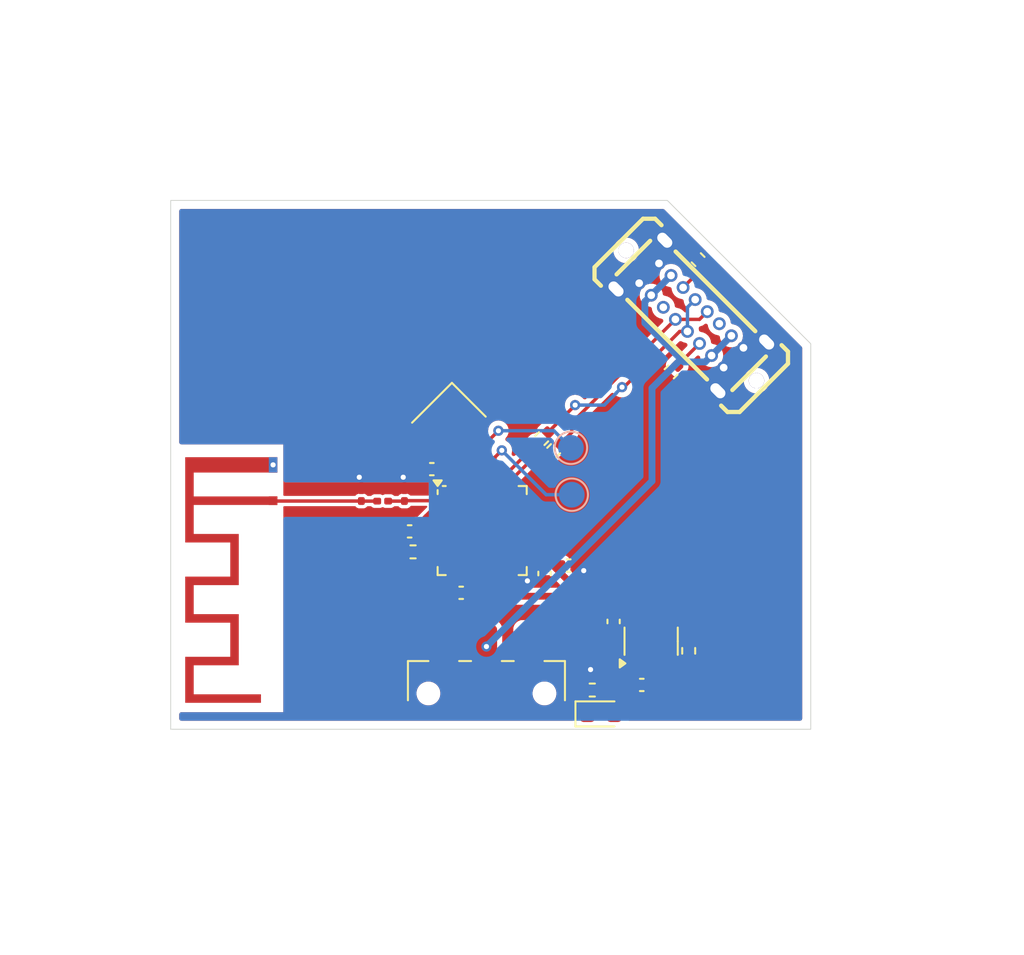
<source format=kicad_pcb>
(kicad_pcb (version 20240108) (generator "pcbnew") (generator_version "8.0")
  (layers (0 "F.Cu" signal) (31 "B.Cu" signal) (34 "B.Paste" user) (35 "F.Paste" user) (36 "B.SilkS" user "B.Silkscreen") (37 "F.SilkS" user "F.Silkscreen") (38 "B.Mask" user) (39 "F.Mask" user) (44 "Edge.Cuts" user))
  (net 0 "")
  (net 1 "Net-(AE1-A)")
  (net 2 "+3.3V")
  (net 3 "GND")
  (net 4 "/RF")
  (net 5 "VBUS")
  (net 6 "Net-(D1-K)")
  (net 10 "Net-(U1-CHIP_EN)")
  (net 12 "Net-(U1-U0RXD)")
  (net 16 "Net-(U1-XTAL_P)")
  (net 18 "/USB_D-")
  (net 20 "Net-(U1-U0TXD)")
  (net 26 "Net-(U1-XTAL_N)")
  (net 27 "/USB_D+")
  (net 31 "Net-(U2-EN)")
  (net 34 "Net-(J1-CC1)")
  (net 35 "Net-(J1-CC2)")
  (net 37 "Net-(R6-Pad1)")
  (net 38 "/VB_LDO")
  (footprint "Capacitor_SMD:C_0402_1005Metric" (layer "F.Cu") (at 170.9 130.87 -90)
    (property "Reference" "C4" (hide yes))
    (property "Value" "100nF" (hide yes))
    (fp_line (start -0.107836 0.36) (end 0.107836 0.36) (stroke (width 0.12)) (layer "F.SilkS"))
    (fp_line (start -0.107836 -0.36) (end 0.107836 -0.36) (stroke (width 0.12)) (layer "F.SilkS"))
    (pad "1" smd roundrect (at -0.48 0 270) (size 0.56 0.62) (layers "F.Cu" "F.Paste" "F.Mask") (net 2 "+3.3V"))
    (pad "2" smd roundrect (at 0.48 0 270) (size 0.56 0.62) (layers "F.Cu" "F.Paste" "F.Mask") (net 3 "GND"))
  )
  (footprint "Resistor_SMD:R_0402_1005Metric" (layer "F.Cu") (at 163.2 129.6 180)
    (property "Reference" "R5" (hide yes))
    (property "Value" "10k" (hide yes))
    (fp_line (start -0.153641 0.38) (end 0.153641 0.38) (stroke (width 0.12)) (layer "F.SilkS"))
    (fp_line (start -0.153641 -0.38) (end 0.153641 -0.38) (stroke (width 0.12)) (layer "F.SilkS"))
    (pad "1" smd roundrect (at -0.509999 0 180) (size 0.54 0.64) (layers "F.Cu" "F.Paste" "F.Mask") (net 10 "Net-(U1-CHIP_EN)"))
    (pad "2" smd roundrect (at 0.509999 0 180) (size 0.54 0.64) (layers "F.Cu" "F.Paste" "F.Mask") (net 2 "+3.3V"))
  )
  (footprint "Inductor_SMD:L_0201_0603Metric" (layer "F.Cu") (at 161.42 126.625 180)
    (property "Reference" "L1" (hide yes))
    (property "Value" "2.4n" (hide yes))
    (pad "1" smd roundrect (at -0.32 0 180) (size 0.46 0.4) (layers "F.Cu" "F.Mask") (net 4 "/RF"))
    (pad "2" smd roundrect (at 0.32 0 180) (size 0.46 0.4) (layers "F.Cu" "F.Mask") (net 1 "Net-(AE1-A)"))
  )
  (footprint "Package_DFN_QFN:QFN-32-1EP_5x5mm_P0.5mm_EP3.7x3.7mm" (layer "F.Cu") (at 167.25 128.35)
    (property "Reference" "U1" (hide yes))
    (property "Value" "ESP32-C3" (hide yes))
    (fp_line (start -2.61 -2.135) (end -2.61 -2.37) (stroke (width 0.12)) (layer "F.SilkS"))
    (fp_line (start -2.61 2.61) (end -2.61 2.135) (stroke (width 0.12)) (layer "F.SilkS"))
    (fp_line (start -2.135 -2.61) (end -2.31 -2.61) (stroke (width 0.12)) (layer "F.SilkS"))
    (fp_line (start -2.135 2.61) (end -2.61 2.61) (stroke (width 0.12)) (layer "F.SilkS"))
    (fp_line (start 2.135 -2.61) (end 2.61 -2.61) (stroke (width 0.12)) (layer "F.SilkS"))
    (fp_line (start 2.135 2.61) (end 2.61 2.61) (stroke (width 0.12)) (layer "F.SilkS"))
    (fp_line (start 2.61 -2.61) (end 2.61 -2.135) (stroke (width 0.12)) (layer "F.SilkS"))
    (fp_line (start 2.61 2.61) (end 2.61 2.135) (stroke (width 0.12)) (layer "F.SilkS"))
    (fp_poly (pts (xy -2.61 -2.61) (xy -2.85 -2.94) (xy -2.37 -2.94) (xy -2.61 -2.61)) (stroke (width 0.12)) (fill solid) (layer "F.SilkS"))
    (pad "1" smd roundrect (at -2.45 -1.75) (size 0.8 0.25) (layers "F.Cu" "F.Paste" "F.Mask") (net 4 "/RF"))
    (pad "2" smd roundrect (at -2.45 -1.25) (size 0.8 0.25) (layers "F.Cu" "F.Paste" "F.Mask") (net 2 "+3.3V"))
    (pad "3" smd roundrect (at -2.45 -0.75) (size 0.8 0.25) (layers "F.Cu" "F.Paste" "F.Mask") (net 2 "+3.3V"))
    (pad "4" smd roundrect (at -2.45 -0.25) (size 0.8 0.25) (layers "F.Cu" "F.Paste" "F.Mask"))
    (pad "5" smd roundrect (at -2.45 0.25) (size 0.8 0.25) (layers "F.Cu" "F.Paste" "F.Mask"))
    (pad "6" smd roundrect (at -2.45 0.75) (size 0.8 0.25) (layers "F.Cu" "F.Paste" "F.Mask"))
    (pad "7" smd roundrect (at -2.45 1.25) (size 0.8 0.25) (layers "F.Cu" "F.Paste" "F.Mask") (net 10 "Net-(U1-CHIP_EN)"))
    (pad "8" smd roundrect (at -2.45 1.75) (size 0.8 0.25) (layers "F.Cu" "F.Paste" "F.Mask"))
    (pad "9" smd roundrect (at -1.75 2.45) (size 0.25 0.8) (layers "F.Cu" "F.Paste" "F.Mask"))
    (pad "10" smd roundrect (at -1.25 2.45) (size 0.25 0.8) (layers "F.Cu" "F.Paste" "F.Mask"))
    (pad "11" smd roundrect (at -0.75 2.45) (size 0.25 0.8) (layers "F.Cu" "F.Paste" "F.Mask") (net 2 "+3.3V"))
    (pad "12" smd roundrect (at -0.25 2.45) (size 0.25 0.8) (layers "F.Cu" "F.Paste" "F.Mask"))
    (pad "13" smd roundrect (at 0.25 2.45) (size 0.25 0.8) (layers "F.Cu" "F.Paste" "F.Mask"))
    (pad "14" smd roundrect (at 0.75 2.45) (size 0.25 0.8) (layers "F.Cu" "F.Paste" "F.Mask"))
    (pad "15" smd roundrect (at 1.25 2.45) (size 0.25 0.8) (layers "F.Cu" "F.Paste" "F.Mask"))
    (pad "16" smd roundrect (at 1.75 2.45) (size 0.25 0.8) (layers "F.Cu" "F.Paste" "F.Mask"))
    (pad "17" smd roundrect (at 2.45 1.75) (size 0.8 0.25) (layers "F.Cu" "F.Paste" "F.Mask") (net 2 "+3.3V"))
    (pad "18" smd roundrect (at 2.45 1.25) (size 0.8 0.25) (layers "F.Cu" "F.Paste" "F.Mask") (net 2 "+3.3V"))
    (pad "19" smd roundrect (at 2.45 0.75) (size 0.8 0.25) (layers "F.Cu" "F.Paste" "F.Mask"))
    (pad "20" smd roundrect (at 2.45 0.25) (size 0.8 0.25) (layers "F.Cu" "F.Paste" "F.Mask"))
    (pad "21" smd roundrect (at 2.45 -0.25) (size 0.8 0.25) (layers "F.Cu" "F.Paste" "F.Mask"))
    (pad "22" smd roundrect (at 2.45 -0.75) (size 0.8 0.25) (layers "F.Cu" "F.Paste" "F.Mask"))
    (pad "23" smd roundrect (at 2.45 -1.25) (size 0.8 0.25) (layers "F.Cu" "F.Paste" "F.Mask"))
    (pad "24" smd roundrect (at 2.45 -1.75) (size 0.8 0.25) (layers "F.Cu" "F.Paste" "F.Mask"))
    (pad "25" smd roundrect (at 1.75 -2.45) (size 0.25 0.8) (layers "F.Cu" "F.Paste" "F.Mask") (net 18 "/USB_D-"))
    (pad "26" smd roundrect (at 1.25 -2.45) (size 0.25 0.8) (layers "F.Cu" "F.Paste" "F.Mask") (net 27 "/USB_D+"))
    (pad "27" smd roundrect (at 0.75 -2.45) (size 0.25 0.8) (layers "F.Cu" "F.Paste" "F.Mask") (net 12 "Net-(U1-U0RXD)"))
    (pad "28" smd roundrect (at 0.25 -2.45) (size 0.25 0.8) (layers "F.Cu" "F.Paste" "F.Mask") (net 20 "Net-(U1-U0TXD)"))
    (pad "29" smd roundrect (at -0.25 -2.45) (size 0.25 0.8) (layers "F.Cu" "F.Paste" "F.Mask") (net 26 "Net-(U1-XTAL_N)"))
    (pad "30" smd roundrect (at -0.75 -2.45) (size 0.25 0.8) (layers "F.Cu" "F.Paste" "F.Mask") (net 16 "Net-(U1-XTAL_P)"))
    (pad "31" smd roundrect (at -1.25 -2.45) (size 0.25 0.8) (layers "F.Cu" "F.Paste" "F.Mask") (net 2 "+3.3V"))
    (pad "32" smd roundrect (at -1.75 -2.45) (size 0.25 0.8) (layers "F.Cu" "F.Paste" "F.Mask") (net 2 "+3.3V"))
    (pad "33" smd rect (at 0 0) (size 3.7 3.7) (property pad_prop_heatsink) (layers "F.Cu" "F.Mask") (net 3 "GND"))
  )
  (footprint "Capacitor_SMD:C_0201_0603Metric" (layer "F.Cu") (at 164 120.5 -135)
    (property "Reference" "C1" (hide yes))
    (property "Value" "22p" (hide yes))
    (pad "1" smd roundrect (at -0.32 0 225) (size 0.46 0.4) (layers "F.Cu" "F.Mask") (net 26 "Net-(U1-XTAL_N)"))
    (pad "2" smd roundrect (at 0.32 0 225) (size 0.46 0.4) (layers "F.Cu" "F.Mask") (net 3 "GND"))
  )
  (footprint "Crystal:Crystal_SMD_2520-4Pin_2.5x2.0mm" (layer "F.Cu") (at 165.3 121.85 -135)
    (property "Reference" "Y1" (hide yes))
    (property "Value" "Crystal_GND23_Small" (hide yes))
    (fp_line (start -1.65 1.4) (end 1.65 1.4) (stroke (width 0.12)) (layer "F.SilkS"))
    (fp_line (start -1.65 -1.4) (end -1.65 1.4) (stroke (width 0.12)) (layer "F.SilkS"))
    (pad "1" smd rect (at -0.875 0.7 225) (size 1.15 1) (layers "F.Cu" "F.Paste" "F.Mask") (net 26 "Net-(U1-XTAL_N)"))
    (pad "2" smd rect (at 0.875 0.7 225) (size 1.15 1) (layers "F.Cu" "F.Paste" "F.Mask") (net 3 "GND"))
    (pad "3" smd rect (at 0.875 -0.7 225) (size 1.15 1) (layers "F.Cu" "F.Paste" "F.Mask") (net 16 "Net-(U1-XTAL_P)"))
    (pad "4" smd rect (at -0.875 -0.7 225) (size 1.15 1) (layers "F.Cu" "F.Paste" "F.Mask") (net 3 "GND"))
  )
  (footprint "LED_SMD:LED_0603_1608Metric" (layer "F.Cu") (at 174.199999 139.1)
    (property "Reference" "D1" (hide yes))
    (property "Value" "LED" (hide yes))
    (fp_line (start -1.485 -0.735) (end -1.485 0.735) (stroke (width 0.12)) (layer "F.SilkS"))
    (fp_line (start -1.485 0.735) (end 0.8 0.735) (stroke (width 0.12)) (layer "F.SilkS"))
    (fp_line (start 0.8 -0.735) (end -1.485 -0.735) (stroke (width 0.12)) (layer "F.SilkS"))
    (pad "1" smd roundrect (at -0.787501 0) (size 0.875 0.95) (layers "F.Cu" "F.Paste" "F.Mask") (net 6 "Net-(D1-K)"))
    (pad "2" smd roundrect (at 0.787501 0) (size 0.875 0.95) (layers "F.Cu" "F.Paste" "F.Mask") (net 38 "/VB_LDO"))
  )
  (footprint "Package_TO_SOT_SMD:SOT-23-5" (layer "F.Cu") (at 177.149999 134.8375 90)
    (property "Reference" "U2" (hide yes))
    (property "Value" "AP2112K-3.3" (hide yes))
    (fp_line (start 0 -1.560001) (end 0.8 -1.56) (stroke (width 0.12)) (layer "F.SilkS"))
    (fp_line (start 0 -1.560001) (end -0.8 -1.56) (stroke (width 0.12)) (layer "F.SilkS"))
    (fp_line (start 0 1.560001) (end 0.8 1.56) (stroke (width 0.12)) (layer "F.SilkS"))
    (fp_line (start 0 1.560001) (end -0.8 1.56) (stroke (width 0.12)) (layer "F.SilkS"))
    (fp_poly (pts (xy -1.3 -1.51) (xy -1.54 -1.84) (xy -1.06 -1.84) (xy -1.3 -1.51)) (stroke (width 0.12)) (fill solid) (layer "F.SilkS"))
    (pad "1" smd roundrect (at -1.1375 -0.949999 90) (size 1.325 0.6) (layers "F.Cu" "F.Paste" "F.Mask") (net 38 "/VB_LDO"))
    (pad "2" smd roundrect (at -1.1375 0 90) (size 1.325 0.6) (layers "F.Cu" "F.Paste" "F.Mask") (net 3 "GND"))
    (pad "3" smd roundrect (at -1.1375 0.949999 90) (size 1.325 0.6) (layers "F.Cu" "F.Paste" "F.Mask") (net 31 "Net-(U2-EN)"))
    (pad "4" smd roundrect (at 1.1375 0.949999 90) (size 1.325 0.6) (layers "F.Cu" "F.Paste" "F.Mask"))
    (pad "5" smd roundrect (at 1.1375 -0.949999 90) (size 1.325 0.6) (layers "F.Cu" "F.Paste" "F.Mask") (net 2 "+3.3V"))
  )
  (footprint "Resistor_SMD:R_0201_0603Metric" (layer "F.Cu") (at 167.5 123.85 -90)
    (property "Reference" "R6" (hide yes))
    (property "Value" "499" (hide yes))
    (pad "1" smd roundrect (at -0.32 0 270) (size 0.46 0.4) (layers "F.Cu" "F.Mask") (net 37 "Net-(R6-Pad1)"))
    (pad "2" smd roundrect (at 0.32 0 270) (size 0.46 0.4) (layers "F.Cu" "F.Mask") (net 20 "Net-(U1-U0TXD)"))
  )
  (footprint "Capacitor_SMD:C_0402_1005Metric" (layer "F.Cu") (at 164.3 124.75 180)
    (property "Reference" "C3" (hide yes))
    (property "Value" "10uF" (hide yes))
    (fp_line (start -0.107836 0.36) (end 0.107836 0.36) (stroke (width 0.12)) (layer "F.SilkS"))
    (fp_line (start -0.107836 -0.36) (end 0.107836 -0.36) (stroke (width 0.12)) (layer "F.SilkS"))
    (pad "1" smd roundrect (at -0.48 0 180) (size 0.56 0.62) (layers "F.Cu" "F.Paste" "F.Mask") (net 2 "+3.3V"))
    (pad "2" smd roundrect (at 0.48 0 180) (size 0.56 0.62) (layers "F.Cu" "F.Paste" "F.Mask") (net 3 "GND"))
  )
  (footprint "Capacitor_SMD:C_0402_1005Metric" (layer "F.Cu") (at 174.949999 133.68 -90)
    (property "Reference" "C11" (hide yes))
    (property "Value" "10uF" (hide yes))
    (fp_line (start -0.107836 0.36) (end 0.107836 0.36) (stroke (width 0.12)) (layer "F.SilkS"))
    (fp_line (start -0.107836 -0.36) (end 0.107836 -0.36) (stroke (width 0.12)) (layer "F.SilkS"))
    (pad "1" smd roundrect (at -0.48 0 270) (size 0.56 0.62) (layers "F.Cu" "F.Paste" "F.Mask") (net 2 "+3.3V"))
    (pad "2" smd roundrect (at 0.48 0 270) (size 0.56 0.62) (layers "F.Cu" "F.Paste" "F.Mask") (net 3 "GND"))
  )
  (footprint "Resistor_SMD:R_0402_1005Metric_Pad0.72x0.64mm_HandSolder" (layer "F.Cu") (at 179.349999 135.399999 90)
    (property "Reference" "R7" (hide yes))
    (property "Value" "0R" (hide yes))
    (fp_line (start -0.167621 -0.380001) (end 0.167621 -0.380001) (stroke (width 0.12)) (layer "F.SilkS"))
    (fp_line (start -0.167621 0.380001) (end 0.167621 0.380001) (stroke (width 0.12)) (layer "F.SilkS"))
    (pad "1" smd roundrect (at -0.5975 0 90) (size 0.715 0.64) (layers "F.Cu" "F.Paste" "F.Mask") (net 31 "Net-(U2-EN)"))
    (pad "2" smd roundrect (at 0.5975 0 90) (size 0.715 0.64) (layers "F.Cu" "F.Paste" "F.Mask") (net 38 "/VB_LDO"))
  )
  (footprint "Capacitor_SMD:C_0402_1005Metric" (layer "F.Cu") (at 176.599998 137.4)
    (property "Reference" "C10" (hide yes))
    (property "Value" "10uF" (hide yes))
    (fp_line (start -0.107836 -0.36) (end 0.107836 -0.36) (stroke (width 0.12)) (layer "F.SilkS"))
    (fp_line (start -0.107836 0.36) (end 0.107836 0.36) (stroke (width 0.12)) (layer "F.SilkS"))
    (pad "1" smd roundrect (at -0.48 0) (size 0.56 0.62) (layers "F.Cu" "F.Paste" "F.Mask") (net 38 "/VB_LDO"))
    (pad "2" smd roundrect (at 0.48 0) (size 0.56 0.62) (layers "F.Cu" "F.Paste" "F.Mask") (net 3 "GND"))
  )
  (footprint "Capacitor_SMD:C_0402_1005Metric" (layer "F.Cu") (at 163 128.4 180)
    (property "Reference" "C7" (hide yes))
    (property "Value" "100nF" (hide yes))
    (fp_line (start -0.107836 0.36) (end 0.107836 0.36) (stroke (width 0.12)) (layer "F.SilkS"))
    (fp_line (start -0.107836 -0.36) (end 0.107836 -0.36) (stroke (width 0.12)) (layer "F.SilkS"))
    (pad "1" smd roundrect (at -0.48 0 180) (size 0.56 0.62) (layers "F.Cu" "F.Paste" "F.Mask") (net 2 "+3.3V"))
    (pad "2" smd roundrect (at 0.48 0 180) (size 0.56 0.62) (layers "F.Cu" "F.Paste" "F.Mask") (net 3 "GND"))
  )
  (footprint "usbc:USB-TYPE-C-TH_TYPEC-300D-BCP16H100" (layer "F.Cu") (at 179.503536 115.744277 -45)
    (property "Reference" "J1" (hide yes))
    (property "Value" "USB_C_Receptacle" (hide yes))
    (fp_line (start -6.01 2.01) (end -5.509999 2.51) (stroke (width 0.25)) (layer "F.SilkS"))
    (fp_line (start -6.01 2.01) (end -6.01 0) (stroke (width 0.25)) (layer "F.SilkS"))
    (fp_line (start -5.509999 2.51) (end -4.98 2.51) (stroke (width 0.25)) (layer "F.SilkS"))
    (fp_line (start -3.3 2) (end 3.3 2) (stroke (width 0.25)) (layer "F.SilkS"))
    (fp_line (start -6.01 -2.01) (end -6.01 0) (stroke (width 0.25)) (layer "F.SilkS"))
    (fp_line (start -6.01 -2.01) (end -5.509999 -2.51) (stroke (width 0.25)) (layer "F.SilkS"))
    (fp_line (start -4.8 -1.39) (end -4.8 1.39) (stroke (width 0.25)) (layer "F.SilkS"))
    (fp_line (start -5.509999 -2.51) (end -4.98 -2.51) (stroke (width 0.25)) (layer "F.SilkS"))
    (fp_line (start -3.3 -2) (end 3.3 -2) (stroke (width 0.25)) (layer "F.SilkS"))
    (fp_line (start 5.5 2.5) (end 4.97 2.5) (stroke (width 0.25)) (layer "F.SilkS"))
    (fp_line (start 4.79 1.39) (end 4.79 -1.39) (stroke (width 0.25)) (layer "F.SilkS"))
    (fp_line (start 6 2) (end 5.5 2.5) (stroke (width 0.25)) (layer "F.SilkS"))
    (fp_line (start 6 2) (end 6 -0.01) (stroke (width 0.25)) (layer "F.SilkS"))
    (fp_line (start 5.5 -2.51) (end 4.97 -2.51) (stroke (width 0.25)) (layer "F.SilkS"))
    (fp_line (start 6 -2.01) (end 6 -0.01) (stroke (width 0.25)) (layer "F.SilkS"))
    (fp_line (start 6 -2.01) (end 5.5 -2.51) (stroke (width 0.25)) (layer "F.SilkS"))
    (pad "" thru_hole circle (at -5.400001 0 315) (size 0.9 0.9) (drill 0.9) (layers "*.Cu" "*.Mask"))
    (pad "" thru_hole circle (at 5.400001 0 315) (size 0.9 0.9) (drill 0.9) (layers "*.Cu" "*.Mask"))
    (pad "A1" thru_hole circle (at -3.5 -0.82 315) (size 0.75 0.75) (drill 0.449986) (layers "*.Cu" "*.Mask") (net 3 "GND"))
    (pad "A4" thru_hole circle (at -2.5 -0.820001 315) (size 0.75 0.75) (drill 0.449986) (layers "*.Cu" "*.Mask") (net 5 "VBUS"))
    (pad "A5" thru_hole circle (at -1.5 -0.82 315) (size 0.75 0.75) (drill 0.449986) (layers "*.Cu" "*.Mask") (net 34 "Net-(J1-CC1)"))
    (pad "A6" thru_hole circle (at -0.5 -0.82 315) (size 0.75 0.75) (drill 0.449986) (layers "*.Cu" "*.Mask") (net 27 "/USB_D+"))
    (pad "A7" thru_hole circle (at 0.5 -0.82 315) (size 0.75 0.75) (drill 0.449986) (layers "*.Cu" "*.Mask") (net 18 "/USB_D-"))
    (pad "A8" thru_hole circle (at 1.5 -0.82 315) (size 0.75 0.75) (drill 0.449986) (layers "*.Cu" "*.Mask"))
    (pad "A9" thru_hole circle (at 2.5 -0.820001 315) (size 0.75 0.75) (drill 0.449986) (layers "*.Cu" "*.Mask") (net 5 "VBUS"))
    (pad "A12" thru_hole circle (at 3.5 -0.82 315) (size 0.75 0.75) (drill 0.449986) (layers "*.Cu" "*.Mask") (net 3 "GND"))
    (pad "B1" thru_hole circle (at 3.5 0.82 315) (size 0.75 0.75) (drill 0.449986) (layers "*.Cu" "*.Mask") (net 3 "GND"))
    (pad "B4" thru_hole circle (at 2.5 0.820001 315) (size 0.75 0.75) (drill 0.449986) (layers "*.Cu" "*.Mask") (net 5 "VBUS"))
    (pad "B5" thru_hole circle (at 1.5 0.82 315) (size 0.75 0.75) (drill 0.449986) (layers "*.Cu" "*.Mask") (net 35 "Net-(J1-CC2)"))
    (pad "B6" thru_hole circle (at 0.5 0.82 315) (size 0.75 0.75) (drill 0.449986) (layers "*.Cu" "*.Mask") (net 27 "/USB_D+"))
    (pad "B7" thru_hole circle (at -0.5 0.82 315) (size 0.75 0.75) (drill 0.449986) (layers "*.Cu" "*.Mask") (net 18 "/USB_D-"))
    (pad "B8" thru_hole circle (at -1.5 0.82 315) (size 0.75 0.75) (drill 0.449986) (layers "*.Cu" "*.Mask"))
    (pad "B9" thru_hole circle (at -2.5 0.820001 315) (size 0.75 0.75) (drill 0.449986) (layers "*.Cu" "*.Mask") (net 5 "VBUS"))
    (pad "B12" thru_hole circle (at -3.5 0.82 315) (size 0.75 0.75) (drill 0.449986) (layers "*.Cu" "*.Mask") (net 3 "GND"))
    (pad "S1" thru_hole oval (at -4.22 -2.02 315) (size 1.4 1) (drill oval 0.999998 0.599999) (layers "*.Cu" "*.Mask") (net 3 "GND"))
    (pad "S1" thru_hole oval (at -4.22 2.02 315) (size 1.4 1) (drill oval 0.999998 0.599999) (layers "*.Cu" "*.Mask") (net 3 "GND"))
    (pad "S1" thru_hole oval (at 4.22 -2.02 315) (size 1.4 1) (drill oval 0.999998 0.599999) (layers "*.Cu" "*.Mask") (net 3 "GND"))
    (pad "S1" thru_hole oval (at 4.22 2.02 315) (size 1.4 1) (drill oval 0.999998 0.599999) (layers "*.Cu" "*.Mask") (net 3 "GND"))
  )
  (footprint "Capacitor_SMD:C_0201_0603Metric" (layer "F.Cu") (at 163.75 123.25 135)
    (property "Reference" "C2" (hide yes))
    (property "Value" "22p" (hide yes))
    (pad "1" smd roundrect (at -0.32 0 135) (size 0.46 0.4) (layers "F.Cu" "F.Mask") (net 16 "Net-(U1-XTAL_P)"))
    (pad "2" smd roundrect (at 0.32 0 135) (size 0.46 0.4) (layers "F.Cu" "F.Mask") (net 3 "GND"))
  )
  (footprint "Resistor_SMD:R_0402_1005Metric" (layer "F.Cu") (at 178.315597 119.053536 -135)
    (property "Reference" "R2" (hide yes))
    (property "Value" "5.1k" (hide yes))
    (fp_line (start -0.153641 0.38) (end 0.153641 0.38) (stroke (width 0.12)) (layer "F.SilkS"))
    (fp_line (start -0.153641 -0.38) (end 0.153641 -0.38) (stroke (width 0.12)) (layer "F.SilkS"))
    (pad "1" smd roundrect (at -0.509999 0 225) (size 0.54 0.64) (layers "F.Cu" "F.Paste" "F.Mask") (net 35 "Net-(J1-CC2)"))
    (pad "2" smd roundrect (at 0.509999 0 225) (size 0.54 0.64) (layers "F.Cu" "F.Paste" "F.Mask") (net 3 "GND"))
  )
  (footprint "Resistor_SMD:R_0402_1005Metric" (layer "F.Cu") (at 171.439376 123.660624 -135)
    (property "Reference" "R3" (hide yes))
    (property "Value" "22" (hide yes))
    (fp_line (start -0.153641 0.38) (end 0.153641 0.38) (stroke (width 0.12)) (layer "F.SilkS"))
    (fp_line (start -0.153641 -0.38) (end 0.153641 -0.38) (stroke (width 0.12)) (layer "F.SilkS"))
    (pad "1" smd roundrect (at -0.509999 0 225) (size 0.54 0.64) (layers "F.Cu" "F.Paste" "F.Mask") (net 18 "/USB_D-"))
    (pad "2" smd roundrect (at 0.509999 0 225) (size 0.54 0.64) (layers "F.Cu" "F.Paste" "F.Mask") (net 18 "/USB_D-"))
  )
  (footprint "Capacitor_SMD:C_0201_0603Metric" (layer "F.Cu") (at 160.17 126.3 90)
    (property "Reference" "C9" (hide yes))
    (property "Value" "1.8p" (hide yes))
    (pad "1" smd roundrect (at -0.32 0 90) (size 0.46 0.4) (layers "F.Cu" "F.Mask") (net 1 "Net-(AE1-A)"))
    (pad "2" smd roundrect (at 0.32 0 90) (size 0.46 0.4) (layers "F.Cu" "F.Mask") (net 3 "GND"))
  )
  (footprint "Capacitor_SMD:C_0402_1005Metric" (layer "F.Cu") (at 166.02 132 180)
    (property "Reference" "C5" (hide yes))
    (property "Value" "100nF" (hide yes))
    (fp_line (start -0.107836 0.36) (end 0.107836 0.36) (stroke (width 0.12)) (layer "F.SilkS"))
    (fp_line (start -0.107836 -0.36) (end 0.107836 -0.36) (stroke (width 0.12)) (layer "F.SilkS"))
    (pad "1" smd roundrect (at -0.48 0 180) (size 0.56 0.62) (layers "F.Cu" "F.Paste" "F.Mask") (net 2 "+3.3V"))
    (pad "2" smd roundrect (at 0.48 0 180) (size 0.56 0.62) (layers "F.Cu" "F.Paste" "F.Mask") (net 3 "GND"))
  )
  (footprint "Capacitor_SMD:C_0402_1005Metric" (layer "F.Cu") (at 172.32 130.4)
    (property "Reference" "C6" (hide yes))
    (property "Value" "100nF" (hide yes))
    (fp_line (start -0.107836 -0.36) (end 0.107836 -0.36) (stroke (width 0.12)) (layer "F.SilkS"))
    (fp_line (start -0.107836 0.36) (end 0.107836 0.36) (stroke (width 0.12)) (layer "F.SilkS"))
    (pad "1" smd roundrect (at -0.48 0) (size 0.56 0.62) (layers "F.Cu" "F.Paste" "F.Mask") (net 2 "+3.3V"))
    (pad "2" smd roundrect (at 0.48 0) (size 0.56 0.62) (layers "F.Cu" "F.Paste" "F.Mask") (net 3 "GND"))
  )
  (footprint "Resistor_SMD:R_0402_1005Metric" (layer "F.Cu") (at 173.7 137.7)
    (property "Reference" "R8" (hide yes))
    (property "Value" "5k" (hide yes))
    (fp_line (start -0.153641 -0.38) (end 0.153641 -0.38) (stroke (width 0.12)) (layer "F.SilkS"))
    (fp_line (start -0.153641 0.38) (end 0.153641 0.38) (stroke (width 0.12)) (layer "F.SilkS"))
    (pad "1" smd roundrect (at -0.509999 0) (size 0.54 0.64) (layers "F.Cu" "F.Paste" "F.Mask") (net 6 "Net-(D1-K)"))
    (pad "2" smd roundrect (at 0.509999 0) (size 0.54 0.64) (layers "F.Cu" "F.Paste" "F.Mask") (net 3 "GND"))
  )
  (footprint "Resistor_SMD:R_0402_1005Metric" (layer "F.Cu") (at 170.739377 122.960624 -135)
    (property "Reference" "R4" (hide yes))
    (property "Value" "22" (hide yes))
    (fp_line (start -0.153641 0.38) (end 0.153641 0.38) (stroke (width 0.12)) (layer "F.SilkS"))
    (fp_line (start -0.153641 -0.38) (end 0.153641 -0.38) (stroke (width 0.12)) (layer "F.SilkS"))
    (pad "1" smd roundrect (at -0.509999 0 225) (size 0.54 0.64) (layers "F.Cu" "F.Paste" "F.Mask") (net 27 "/USB_D+"))
    (pad "2" smd roundrect (at 0.509999 0 225) (size 0.54 0.64) (layers "F.Cu" "F.Paste" "F.Mask") (net 27 "/USB_D+"))
  )
  (footprint "Button_Switch_SMD:SW_SPDT_CK_JS102011SAQN" (layer "F.Cu") (at 167.5 137.9)
    (property "Reference" "SW1" (hide yes))
    (property "Value" "SW_SPDT" (hide yes))
    (fp_line (start -4.6 -1.9) (end -3.4 -1.9) (stroke (width 0.12)) (layer "F.SilkS"))
    (fp_line (start -4.6 0.4) (end -4.6 -1.9) (stroke (width 0.12)) (layer "F.SilkS"))
    (fp_line (start -0.9 -1.9) (end -1.6 -1.9) (stroke (width 0.12)) (layer "F.SilkS"))
    (fp_line (start 1.6 -1.9) (end 0.9 -1.9) (stroke (width 0.12)) (layer "F.SilkS"))
    (fp_line (start 3.4 -1.9) (end 4.6 -1.9) (stroke (width 0.12)) (layer "F.SilkS"))
    (fp_line (start 4.6 -1.9) (end 4.6 0.4) (stroke (width 0.12)) (layer "F.SilkS"))
    (pad "" np_thru_hole circle (at -3.4 0) (size 0.9 0.9) (drill 0.9) (layers "*.Cu" "*.Mask"))
    (pad "" np_thru_hole circle (at 3.4 0) (size 0.9 0.9) (drill 0.9) (layers "*.Cu" "*.Mask"))
    (pad "1" smd roundrect (at -2.5 -2.75) (size 1.25 2.5) (layers "F.Cu" "F.Paste" "F.Mask") (roundrect_rratio 0.2) (net 38 "/VB_LDO"))
    (pad "2" smd roundrect (at 0 -2.75) (size 1.25 2.5) (layers "F.Cu" "F.Paste" "F.Mask") (roundrect_rratio 0.2) (net 5 "VBUS"))
    (pad "3" smd roundrect (at 2.5 -2.75) (size 1.25 2.5) (layers "F.Cu" "F.Paste" "F.Mask") (roundrect_rratio 0.2))
  )
  (footprint "Capacitor_SMD:C_0201_0603Metric" (layer "F.Cu") (at 162.695 126.3 90)
    (property "Reference" "C8" (hide yes))
    (property "Value" "1.8p" (hide yes))
    (pad "1" smd roundrect (at -0.32 0 90) (size 0.46 0.4) (layers "F.Cu" "F.Mask") (net 4 "/RF"))
    (pad "2" smd roundrect (at 0.32 0 90) (size 0.46 0.4) (layers "F.Cu" "F.Mask") (net 3 "GND"))
  )
  (footprint "Resistor_SMD:R_0402_1005Metric" (layer "F.Cu") (at 179.9 112.470372 135)
    (property "Reference" "R1" (hide yes))
    (property "Value" "5.1k" (hide yes))
    (fp_line (start -0.153641 -0.38) (end 0.153641 -0.38) (stroke (width 0.12)) (layer "F.SilkS"))
    (fp_line (start -0.153641 0.38) (end 0.153641 0.38) (stroke (width 0.12)) (layer "F.SilkS"))
    (pad "1" smd roundrect (at -0.509999 0 135) (size 0.54 0.64) (layers "F.Cu" "F.Paste" "F.Mask") (net 34 "Net-(J1-CC1)"))
    (pad "2" smd roundrect (at 0.509999 0 135) (size 0.54 0.64) (layers "F.Cu" "F.Paste" "F.Mask") (net 3 "GND"))
  )
  (footprint "RF_Antenna:Texas_SWRA117D_2.4GHz_Left" (layer "F.Cu") (at 155 126.6 90)
    (property "Reference" "AE1" (hide yes))
    (property "Value" "Antenna" (hide yes))
    (fp_poly (pts (xy -2.450001 -2.51) (xy -4.45 -2.51) (xy -4.45 -5.15) (xy -7.15 -5.149999) (xy -7.15 -2.510001) (xy -9.15 -2.51) (xy -9.15 -5.15) (xy -11.849999 -5.15) (xy -11.85 -0.71) (xy -11.35 -0.71) (xy -11.349999 -4.65) (xy -9.65 -4.65) (xy -9.65 -2.01) (xy -6.65 -2.010001) (xy -6.650001 -4.65) (xy -4.95 -4.65) (xy -4.95 -2.01) (xy -1.95 -2.01) (xy -1.95 -4.65) (xy -0.25 -4.65) (xy -0.25 0.25) (xy 0.25 0.25) (xy 0.25 -4.65) (xy 1.65 -4.65) (xy 1.65 0.25) (xy 2.55 0.25) (xy 2.55 0.006785) (xy 2.247583 0.006785) (xy 2.237742 0.054396) (xy 2.213674 0.096797) (xy 2.175732 0.129581) (xy 2.167819 0.133935) (xy 2.125156 0.146043) (xy 2.076637 0.145301) (xy 2.031122 0.1324) (xy 2.012511 0.121787) (xy 1.978868 0.086553) (xy 1.958309 0.041368) (xy 1.951778 -0.008158) (xy 1.960218 -0.056417) (xy 1.977112 -0.088643) (xy 2.012372 -0.121313) (xy 2.057681 -0.141408) (xy 2.107267 -0.147982) (xy 2.155353 -0.140092) (xy 2.188245 -0.123186) (xy 2.223185 -0.086416) (xy 2.242847 -0.041622) (xy 2.247583 0.006785) (xy 2.55 0.006785) (xy 2.55 -5.15) (xy -2.450001 -5.15) (xy -2.450001 -2.51)) (fill solid) (layer "F.Cu"))
    (pad "1" connect rect (at 0 0 90) (size 0.5 0.5) (layers "F.Cu") (net 1 "Net-(AE1-A)"))
    (pad "2" thru_hole rect (at 2.1 0 90) (size 0.9 0.5) (drill 0.3) (layers "*.Cu"))
  )
  (footprint "TestPoint:TestPoint_Pad_D1.5mm" (layer "B.Cu") (at 172.45 123.5 180)
    (property "Reference" "TP2" (hide yes))
    (property "Value" "TestPoint" (hide yes))
    (fp_circle (center 0 0) (end 0 -0.95) (stroke (width 0.12)) (fill none) (layer "B.SilkS"))
    (pad "1" smd circle (at 0 0 180) (size 1.5 1.5) (layers "B.Cu" "B.Mask") (net 37 "Net-(R6-Pad1)"))
  )
  (footprint "TestPoint:TestPoint_Pad_D1.5mm" (layer "B.Cu") (at 172.5 126.25 180)
    (property "Reference" "TP1" (hide yes))
    (property "Value" "TestPoint" (hide yes))
    (fp_circle (center 0 0) (end 0 -0.95) (stroke (width 0.12)) (fill none) (layer "B.SilkS"))
    (pad "1" smd circle (at 0 0 180) (size 1.5 1.5) (layers "B.Cu" "B.Mask") (net 12 "Net-(U1-U0RXD)"))
  )
  (gr_poly (pts (xy 149 140) (xy 149 109) (xy 178.1 109) (xy 186.5 117.4) (xy 186.5 140)) (stroke (width 0.05)) (fill none) (layer "Edge.Cuts"))
  (segment (start 155.02 126.62) (end 155 126.6) (width 0.2) (layer "F.Cu") (net 1))
  (segment (start 161.1 126.625) (end 160.175 126.625) (width 0.2) (layer "F.Cu") (net 1))
  (segment (start 160.175 126.625) (end 160.17 126.62) (width 0.2) (layer "F.Cu") (net 1))
  (segment (start 160.17 126.62) (end 155.02 126.62) (width 0.2) (layer "F.Cu") (net 1))
  (segment (start 165.5 125.9) (end 165.975 125.9) (width 0.4) (layer "F.Cu") (net 2))
  (segment (start 176.2 133.7) (end 175.7 133.2) (width 0.4) (layer "F.Cu") (net 2))
  (segment (start 164 127.575) (end 164.8 127.575) (width 0.4) (layer "F.Cu") (net 2))
  (segment (start 174.7 132.2) (end 173.2 132.2) (width 0.4) (layer "F.Cu") (net 2))
  (segment (start 173.2 132.2) (end 172.9 131.9) (width 0.4) (layer "F.Cu") (net 2))
  (segment (start 163.48 128.095) (end 164 127.575) (width 0.4) (layer "F.Cu") (net 2))
  (segment (start 164 127.575) (end 164.45 127.125) (width 0.4) (layer "F.Cu") (net 2))
  (segment (start 171.83 130.39) (end 171.84 130.4) (width 0.4) (layer "F.Cu") (net 2))
  (segment (start 162.690001 129.6) (end 162.690001 131.390001) (width 0.2) (layer "F.Cu") (net 2))
  (segment (start 169.7 130.1) (end 170.61 130.1) (width 0.4) (layer "F.Cu") (net 2))
  (segment (start 171.4 130.4) (end 171.4 130.39) (width 0.4) (layer "F.Cu") (net 2))
  (segment (start 170.61 130.1) (end 170.9 130.39) (width 0.4) (layer "F.Cu") (net 2))
  (segment (start 172.9 131.9) (end 171.4 130.4) (width 0.4) (layer "F.Cu") (net 2))
  (segment (start 166.5 132) (end 166.5 130.8) (width 0.2) (layer "F.Cu") (net 2))
  (segment (start 163.48 128.4) (end 163.48 128.095) (width 0.4) (layer "F.Cu") (net 2))
  (segment (start 165.5 125.9) (end 165.5 125.47) (width 0.4) (layer "F.Cu") (net 2))
  (segment (start 165.89 132.61) (end 166.5 132) (width 0.2) (layer "F.Cu") (net 2))
  (segment (start 165.5 125.47) (end 164.78 124.75) (width 0.4) (layer "F.Cu") (net 2))
  (segment (start 162.690001 131.390001) (end 163.91 132.61) (width 0.2) (layer "F.Cu") (net 2))
  (segment (start 166.7 132.2) (end 166.5 132) (width 0.4) (layer "F.Cu") (net 2))
  (segment (start 163.91 132.61) (end 165.89 132.61) (width 0.2) (layer "F.Cu") (net 2))
  (segment (start 176.2 133.7) (end 174.7 132.2) (width 0.4) (layer "F.Cu") (net 2))
  (segment (start 173.2 132.2) (end 166.7 132.2) (width 0.4) (layer "F.Cu") (net 2))
  (segment (start 175.7 133.2) (end 174.949999 133.2) (width 0.4) (layer "F.Cu") (net 2))
  (segment (start 164.45 127.125) (end 164.8 127.125) (width 0.4) (layer "F.Cu") (net 2))
  (segment (start 171.4 130.39) (end 171.83 130.39) (width 0.4) (layer "F.Cu") (net 2))
  (segment (start 170.9 130.39) (end 171.4 130.39) (width 0.4) (layer "F.Cu") (net 2))
  (segment (start 162.695 125.98) (end 162.695 125.295) (width 0.2) (layer "F.Cu") (net 3))
  (segment (start 160.17 125.98) (end 160.17 125.345) (width 0.2) (layer "F.Cu") (net 3))
  (segment (start 160.17 125.345) (end 160.05 125.225) (width 0.2) (layer "F.Cu") (net 3))
  (segment (start 162.695 125.295) (end 162.625 125.225) (width 0.2) (layer "F.Cu") (net 3))
  (via (at 162.625 125.225) (size 0.6) (drill 0.3) (layers "F.Cu" "B.Cu") (net 3))
  (via (at 169.9 131.3) (size 0.6) (drill 0.3) (layers "F.Cu" "B.Cu") (net 3))
  (via (at 160.05 125.225) (size 0.6) (drill 0.3) (layers "F.Cu" "B.Cu") (net 3))
  (via (at 173.6 136.5) (size 0.6) (drill 0.3) (layers "F.Cu" "B.Cu") (net 3))
  (via (at 173.2 130.7) (size 0.6) (drill 0.3) (layers "F.Cu" "B.Cu") (net 3))
  (segment (start 161.74 126.625) (end 162.69 126.625) (width 0.2) (layer "F.Cu") (net 4))
  (segment (start 164.8 126.6) (end 162.715 126.6) (width 0.2) (layer "F.Cu") (net 4))
  (segment (start 162.69 126.625) (end 162.695 126.62) (width 0.2) (layer "F.Cu") (net 4))
  (segment (start 162.715 126.6) (end 162.695 126.62) (width 0.2) (layer "F.Cu") (net 4))
  (via (at 167.5 135.15) (size 0.6) (drill 0.3) (layers "F.Cu" "B.Cu") (net 5))
  (segment (start 178.9 118.3) (end 177.2 120) (width 0.4) (layer "B.Cu") (net 5))
  (segment (start 178.35 117.75) (end 178.9 118.3) (width 0.4) (layer "B.Cu") (net 5))
  (segment (start 180.316475 118.466872) (end 179.066872 118.466872) (width 0.4) (layer "B.Cu") (net 5))
  (segment (start 180.691475 118.091872) (end 180.316475 118.466872) (width 0.4) (layer "B.Cu") (net 5))
  (segment (start 176.780941 114.931338) (end 177.155941 114.556338) (width 0.4) (layer "B.Cu") (net 5))
  (segment (start 177.2 120) (end 177.2 125.45) (width 0.4) (layer "B.Cu") (net 5))
  (segment (start 176.780941 116.180941) (end 176.780941 114.931338) (width 0.4) (layer "B.Cu") (net 5))
  (segment (start 177.2 125.45) (end 167.5 135.15) (width 0.4) (layer "B.Cu") (net 5))
  (segment (start 178.35 117.75) (end 176.780941 116.180941) (width 0.4) (layer "B.Cu") (net 5))
  (segment (start 177.155941 114.556338) (end 178.315597 113.396682) (width 0.4) (layer "B.Cu") (net 5))
  (segment (start 180.691475 118.091872) (end 181.851131 116.932216) (width 0.4) (layer "B.Cu") (net 5))
  (segment (start 179.066872 118.466872) (end 178.35 117.75) (width 0.4) (layer "B.Cu") (net 5))
  (segment (start 173.190001 137.7) (end 173.190001 138.877503) (width 0.4) (layer "F.Cu") (net 6))
  (segment (start 173.190001 138.877503) (end 173.412498 139.1) (width 0.4) (layer "F.Cu") (net 6))
  (segment (start 163.709999 129.6) (end 164.8 129.6) (width 0.2) (layer "F.Cu") (net 10))
  (segment (start 168 125.9) (end 168 124.05) (width 0.2) (layer "F.Cu") (net 12))
  (segment (start 168 124.05) (end 168.4 123.65) (width 0.2) (layer "F.Cu") (net 12))
  (via (at 168.4 123.65) (size 0.6) (drill 0.3) (layers "F.Cu" "B.Cu") (net 12))
  (segment (start 171 126.25) (end 172.5 126.25) (width 0.2) (layer "B.Cu") (net 12))
  (segment (start 168.4 123.65) (end 171 126.25) (width 0.2) (layer "B.Cu") (net 12))
  (segment (start 164.663676 123.476275) (end 163.976275 123.476275) (width 0.4) (layer "F.Cu") (net 16))
  (segment (start 166.5 124.287437) (end 166.5 125.9) (width 0.2) (layer "F.Cu") (net 16))
  (segment (start 165.176257 122.963694) (end 164.663676 123.476275) (width 0.4) (layer "F.Cu") (net 16))
  (segment (start 165.176256 122.963693) (end 166.5 124.287437) (width 0.2) (layer "F.Cu") (net 16))
  (segment (start 170.31515 124.021248) (end 171.078752 124.021248) (width 0.2) (layer "F.Cu") (net 18))
  (segment (start 171.8 123.3) (end 172.5 122.6) (width 0.2) (layer "F.Cu") (net 18))
  (segment (start 169 125.625) (end 168.975 125.6) (width 0.2) (layer "F.Cu") (net 18))
  (segment (start 168.975 125.361398) (end 170.31515 124.021248) (width 0.2) (layer "F.Cu") (net 18))
  (segment (start 172.5 122.6) (end 172.5 122.040706) (width 0.2) (layer "F.Cu") (net 18))
  (segment (start 169 125.9) (end 169 125.625) (width 0.2) (layer "F.Cu") (net 18))
  (segment (start 168.975 125.6) (end 168.975 125.361398) (width 0.2) (layer "F.Cu") (net 18))
  (segment (start 172.5 122.040706) (end 178.570155 115.970551) (width 0.2) (layer "F.Cu") (net 18))
  (segment (start 178.570155 115.970551) (end 179.984369 115.970551) (width 0.2) (layer "F.Cu") (net 18))
  (segment (start 179.984369 115.970551) (end 180.436917 115.518003) (width 0.2) (layer "F.Cu") (net 18))
  (segment (start 167.5 125.9) (end 167.5 124.17) (width 0.2) (layer "F.Cu") (net 20))
  (segment (start 165.353553 120.806498) (end 165.423744 120.736307) (width 0.2) (layer "F.Cu") (net 26))
  (segment (start 164.226274 120.273726) (end 164.961163 120.273726) (width 0.4) (layer "F.Cu") (net 26))
  (segment (start 164.961163 120.273726) (end 165.423744 120.736307) (width 0.4) (layer "F.Cu") (net 26))
  (segment (start 166.236396 122.786396) (end 165.353553 121.903553) (width 0.2) (layer "F.Cu") (net 26))
  (segment (start 167 125.9) (end 167 124.150001) (width 0.2) (layer "F.Cu") (net 26))
  (segment (start 166.236396 123.386397) (end 166.236396 122.786396) (width 0.2) (layer "F.Cu") (net 26))
  (segment (start 165.353553 121.903553) (end 165.353553 120.806498) (width 0.2) (layer "F.Cu") (net 26))
  (segment (start 167 124.150001) (end 166.236396 123.386397) (width 0.2) (layer "F.Cu") (net 26))
  (segment (start 179.277262 116.677658) (end 178.822342 116.677658) (width 0.2) (layer "F.Cu") (net 27))
  (segment (start 168.525 125.175001) (end 170.378753 123.321248) (width 0.2) (layer "F.Cu") (net 27))
  (segment (start 175.555382 119.944618) (end 175.444618 119.944618) (width 0.2) (layer "F.Cu") (net 27))
  (segment (start 172.696088 121.003913) (end 171.100001 122.6) (width 0.2) (layer "F.Cu") (net 27))
  (segment (start 178.822342 116.677658) (end 175.555382 119.944618) (width 0.2) (layer "F.Cu") (net 27))
  (segment (start 168.5 125.9) (end 168.5 125.625) (width 0.2) (layer "F.Cu") (net 27))
  (segment (start 168.5 125.625) (end 168.525 125.6) (width 0.2) (layer "F.Cu") (net 27))
  (segment (start 172.696088 120.996088) (end 172.696088 121.003913) (width 0.2) (layer "F.Cu") (net 27))
  (segment (start 168.525 125.6) (end 168.525 125.175001) (width 0.2) (layer "F.Cu") (net 27))
  (via (at 175.444618 119.944618) (size 0.6) (drill 0.3) (layers "F.Cu" "B.Cu") (net 27))
  (via (at 172.696088 120.996088) (size 0.6) (drill 0.3) (layers "F.Cu" "B.Cu") (net 27))
  (segment (start 175.1 120.289236) (end 175.444618 119.944618) (width 0.2) (layer "B.Cu") (net 27))
  (segment (start 175.1 120.3) (end 175.1 120.289236) (width 0.2) (layer "B.Cu") (net 27))
  (segment (start 172.696088 120.996088) (end 174.403912 120.996088) (width 0.2) (layer "B.Cu") (net 27))
  (segment (start 174.403912 120.996088) (end 175.1 120.3) (width 0.2) (layer "B.Cu") (net 27))
  (segment (start 179.277262 115.263444) (end 179.72981 114.810896) (width 0.2) (layer "B.Cu") (net 27))
  (segment (start 179.277262 116.677658) (end 179.277262 115.263444) (width 0.2) (layer "B.Cu") (net 27))
  (segment (start 178.122497 135.997499) (end 178.099998 135.975) (width 0.4) (layer "F.Cu") (net 31))
  (segment (start 179.349999 135.997499) (end 178.122497 135.997499) (width 0.4) (layer "F.Cu") (net 31))
  (segment (start 180.295496 112.830996) (end 179.022703 114.103789) (width 0.2) (layer "F.Cu") (net 34))
  (segment (start 178.676221 118.692912) (end 179.984368 117.384764) (width 0.2) (layer "F.Cu") (net 35))
  (segment (start 167.5 123.53) (end 167.5 123.2) (width 0.2) (layer "F.Cu") (net 37))
  (segment (start 167.5 123.2) (end 168.2 122.5) (width 0.2) (layer "F.Cu") (net 37))
  (via (at 168.2 122.5) (size 0.6) (drill 0.3) (layers "F.Cu" "B.Cu") (net 37))
  (segment (start 171.45 122.5) (end 172.45 123.5) (width 0.2) (layer "B.Cu") (net 37))
  (segment (start 168.2 122.5) (end 171.45 122.5) (width 0.2) (layer "B.Cu") (net 37))
  (segment (start 176.119998 137.967502) (end 176.119998 137.4) (width 0.4) (layer "F.Cu") (net 38))
  (segment (start 165 135.8) (end 166.2 137) (width 0.4) (layer "F.Cu") (net 38))
  (segment (start 176.199999 137.319999) (end 176.199999 135.974999) (width 0.4) (layer "F.Cu") (net 38))
  (segment (start 174.987499 139.099999) (end 174.9875 139.1) (width 0.4) (layer "F.Cu") (net 38))
  (segment (start 176.878026 134.802499) (end 176.2 135.480525) (width 0.4) (layer "F.Cu") (net 38))
  (segment (start 176.119998 137.4) (end 176.199999 137.319999) (width 0.4) (layer "F.Cu") (net 38))
  (segment (start 174.9875 139.1) (end 176.119998 137.967502) (width 0.4) (layer "F.Cu") (net 38))
  (segment (start 176.025 135.8) (end 176.2 135.975) (width 0.4) (layer "F.Cu") (net 38))
  (segment (start 165 135.15) (end 165 135.8) (width 0.4) (layer "F.Cu") (net 38))
  (segment (start 171.1 137) (end 172.3 135.8) (width 0.4) (layer "F.Cu") (net 38))
  (segment (start 176.2 135.480525) (end 176.2 135.975) (width 0.4) (layer "F.Cu") (net 38))
  (segment (start 179.349999 134.802499) (end 176.878026 134.802499) (width 0.4) (layer "F.Cu") (net 38))
  (segment (start 172.3 135.8) (end 176.025 135.8) (width 0.4) (layer "F.Cu") (net 38))
  (segment (start 166.2 137) (end 171.1 137) (width 0.4) (layer "F.Cu") (net 38))
  (zone (net 3) (net_name "GND") (layer "F.Cu") (priority 1) (connect_pads yes (clearance 0.1)) (min_thickness 0.1) (fill yes (thermal_gap 0.1) (thermal_bridge_width 0.1))
    (polygon (pts (xy 155.6 125.525) (xy 164.125 125.525) (xy 164.125 127.55) (xy 155.6 127.55) (xy 155.6 127.125)))
  )
  (zone (net 3) (net_name "GND") (layers "F&B.Cu") (connect_pads yes (clearance 0.3)) (min_thickness 0.25) (fill yes (thermal_gap 0.1) (thermal_bridge_width 0.5))
    (polygon (pts (xy 139 153.25) (xy 199 153.25) (xy 199 97.25) (xy 139 97.25)))
  )
  (zone (net 0) (net_name "") (layers "F&B.Cu") (connect_pads (clearance 0)) (min_thickness 0.25)
    (keepout (tracks not_allowed) (vias not_allowed) (pads not_allowed) (copperpour not_allowed) (footprints allowed))
    (fill (thermal_gap 0.5) (thermal_bridge_width 0.5))
    (polygon (pts (xy 149 123.3) (xy 149 139) (xy 155.6 139) (xy 155.6 123.3)))
  )
  (zone (net 0) (net_name "") (layer "B.Cu") (connect_pads yes (clearance 0)) (min_thickness 0.1)
    (keepout (tracks not_allowed) (vias not_allowed) (pads not_allowed) (copperpour not_allowed) (footprints allowed))
    (fill (thermal_gap 0.1) (thermal_bridge_width 0.1))
    (polygon (pts (xy 155.6 125.525) (xy 155.6 127.55) (xy 164.125 127.55) (xy 164.125 125.525)))
  )
)
</source>
